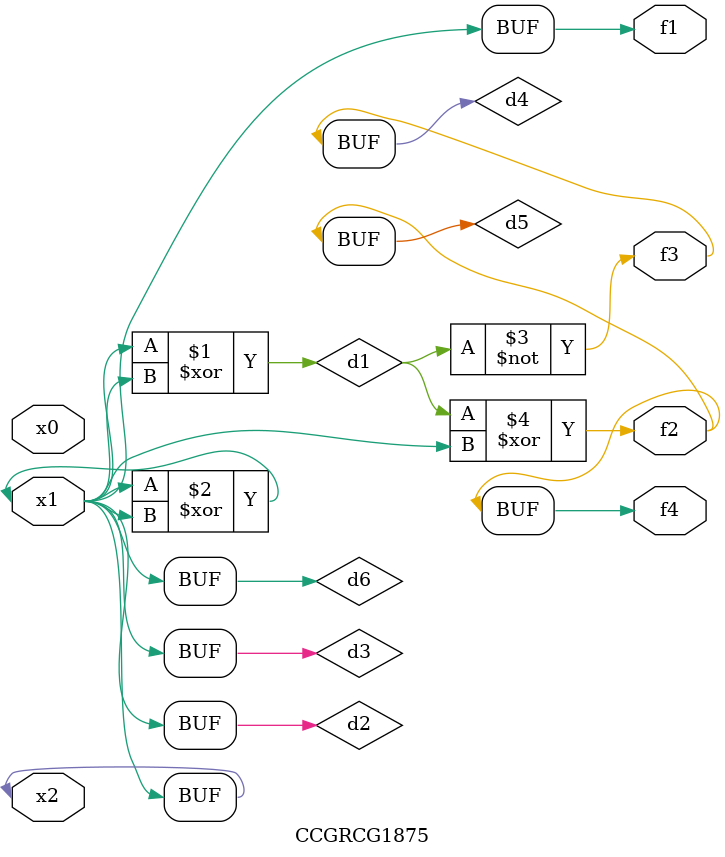
<source format=v>
module CCGRCG1875(
	input x0, x1, x2,
	output f1, f2, f3, f4
);

	wire d1, d2, d3, d4, d5, d6;

	xor (d1, x1, x2);
	buf (d2, x1, x2);
	xor (d3, x1, x2);
	nor (d4, d1);
	xor (d5, d1, d2);
	buf (d6, d2, d3);
	assign f1 = d6;
	assign f2 = d5;
	assign f3 = d4;
	assign f4 = d5;
endmodule

</source>
